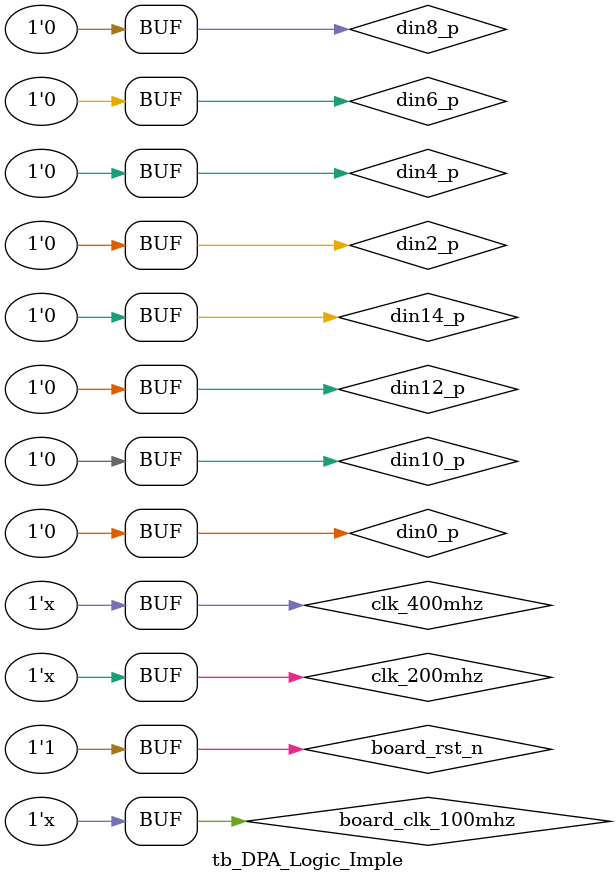
<source format=sv>

`timescale 1ns/1ps
module tb_DPA_Logic_Imple (); /* this is automatically generated */

	// (*NOTE*) replace reset, clock, others
	reg        board_clk_100mhz;
	reg        board_rst_n;
 		
	reg clk_400mhz;	//用于模拟adc输出数据的生成时钟
	reg clk_200mhz;
	reg [23:0] cnt_65535;

	reg        din0_p;
	reg        din2_p;
	reg        din4_p;
	reg        din6_p;
	reg        din8_p;
	reg        din10_p;
	reg        din12_p;
	reg        din14_p;

	// wire din0_n;
	// wire din2_n;
	// wire din4_n;
	// wire din6_n;
	// wire din8_n;
	// wire din10_n;
	// wire din12_n;
	// wire din14_n;

	reg din0_p_temp;
	reg din2_p_temp;
	reg din4_p_temp;
	reg din6_p_temp;
	reg din8_p_temp;
	reg din10_p_temp;
	reg din12_p_temp;
	reg din14_p_temp;


	wire        reset;
	wire        spi_clk;
	wire        cs;
	wire        spi_mosi;

	wire [15:0] dout16;


	reg din0_p_flag;	//用于标识取位
	reg din2_p_flag;	
	reg din4_p_flag;	
	reg din6_p_flag;	
	reg din8_p_flag;	
	reg din10_p_flag;	
	reg din12_p_flag;	
	reg din14_p_flag;	

	DPA_Logic_Imple inst_DPA_Logic_Imple
		(
			.board_clk_100mhz (board_clk_100mhz),
			.board_rst_n      (board_rst_n),
			.clk_p            (clk_200mhz),
			.clk_n            (!clk_200mhz),

			.cnt_65535		  (cnt_65535),

			.din0_p           (din0_p_temp),
			.din2_p           (din2_p_temp),
			.din4_p           (din4_p_temp),
			.din6_p           (din6_p_temp),
			.din8_p           (din8_p_temp),
			.din10_p          (din10_p_temp),
			.din12_p          (din12_p_temp),
			.din14_p          (din14_p_temp),

			.din0_n           (!din0_p_temp),
			.din2_n           (!din2_p_temp),
			.din4_n           (!din4_p_temp),
			.din6_n           (!din6_p_temp),
			.din8_n           (!din8_p_temp),
			.din10_n          (!din10_p_temp),
			.din12_n          (!din12_p_temp),
			.din14_n          (!din14_p_temp),

			.reset            (reset),
			.spi_clk          (spi_clk),
			.cs               (cs),
			.spi_mosi         (spi_mosi),
			.dout16           (dout16)
		);

	/**********************board***************************/
	initial begin
		board_clk_100mhz <= 1'd0;
		board_rst_n <= 1'd0;
		#233
		board_rst_n <= 1'd1;
	end

	always #5 board_clk_100mhz <= !board_clk_100mhz;

	/***********************adc_clk**************************/


	/***********************adc_data**************************/
	/*以500MHz的速率模拟adc输出数据*/
	initial begin
		clk_400mhz <= 1'd0;
		clk_200mhz <= 1'd0;
		din0_p <= 1'd0;
		// din0_n <= 1'd1;
		din2_p <= 1'd0;
		// din2_n <= 1'd1;
		din4_p <= 1'd0;
		// din4_n <= 1'd1;
		din6_p <= 1'd0;
		// din6_n <= 1'd1;
		din8_p <= 1'd0;
		// din8_n <= 1'd1;
		din10_p <= 1'd0;
		// din10_n <= 1'd1;
		din12_p <= 1'd0;
		// din12_n <= 1'd1;
		din14_p <= 1'd0;
		// din14_n <= 1'd1;
	end

	always@(posedge clk_200mhz or negedge board_rst_n) begin
		if(!board_rst_n) begin
			cnt_65535 <= 24'd0;
		end else if(cnt_65535 == 24'd65535) begin
			cnt_65535 <= 24'd0;
		end else begin
			cnt_65535 <= cnt_65535 + 24'd1;
		end
	end

	always@(posedge clk_400mhz or negedge board_rst_n) begin
		if(!board_rst_n) begin
			din0_p_temp <= 1'd0;
			din2_p_temp <= 1'd0;
			din4_p_temp <= 1'd0;
			din6_p_temp <= 1'd0;
			din8_p_temp <= 1'd0;
			din10_p_temp <= 1'd0;
			din12_p_temp <= 1'd0;
			din14_p_temp <= 1'd0;

			din0_p_flag <= 1'd0;
			din2_p_flag <= 1'd0;
			din4_p_flag <= 1'd0;
			din6_p_flag <= 1'd0;
			din8_p_flag <= 1'd0;
			din10_p_flag <= 1'd0;
			din12_p_flag <= 1'd0;
			din14_p_flag <= 1'd0;
		end else begin
			din0_p_temp <= (din0_p_flag) ? cnt_65535[1] : cnt_65535[0];
			din2_p_temp <= (din2_p_flag) ? cnt_65535[3] : cnt_65535[2];
			din4_p_temp <= (din4_p_flag) ? cnt_65535[5] : cnt_65535[4];
			din6_p_temp <= (din6_p_flag) ? cnt_65535[7] : cnt_65535[6];
			din8_p_temp <= (din8_p_flag) ? cnt_65535[9] : cnt_65535[8];
			din10_p_temp <= (din10_p_flag) ? cnt_65535[11] : cnt_65535[10];
			din12_p_temp <= (din12_p_flag) ? cnt_65535[13] : cnt_65535[12];
			din14_p_temp <= (din14_p_flag) ? cnt_65535[15] : cnt_65535[14];

			din0_p_flag <= !din0_p_flag;
			din2_p_flag <= !din2_p_flag;
			din4_p_flag <= !din4_p_flag;
			din6_p_flag <= !din6_p_flag;
			din8_p_flag <= !din8_p_flag;
			din10_p_flag <= !din10_p_flag;
			din12_p_flag <= !din12_p_flag;
			din14_p_flag <= !din14_p_flag;
		end
	end


	// always@(posedge clk_400mhz or negedge board_rst_n) begin
	// 	if(!board_rst_n) begin
	// 		din0_p <= 1'd0;
	// 		din2_p <= 1'd0;
	// 		din4_p <= 1'd0;
	// 		din6_p <= 1'd0;
	// 		din8_p <= 1'd0;
	// 		din10_p <= 1'd0;
	// 		din12_p <= 1'd0;
	// 		din14_p <= 1'd0;
	// 	end else begin
	// 		din0_p <= din0_p_temp;
	// 		din2_p <= din2_p_temp;
	// 		din4_p <= din4_p_temp;
	// 		din6_p <= din6_p_temp;
	// 		din8_p <= din8_p_temp;
	// 		din10_p <= din10_p_temp;
	// 		din12_p <= din12_p_temp;
	// 		din14_p <= din14_p_temp;
	// 	end
	// end

	// assign din0_n = !din0_p;
	// assign din2_n = !din2_p;
	// assign din4_n = !din4_p;
	// assign din6_n = !din6_p;
	// assign din8_n = !din8_p;
	// assign din10_n = !din10_p;
	// assign din12_n = !din12_p;
	// assign din14_n = !din14_p;

	always #1.25 clk_400mhz <= !clk_400mhz;
	always #2.5 clk_200mhz <= !clk_200mhz;

endmodule

</source>
